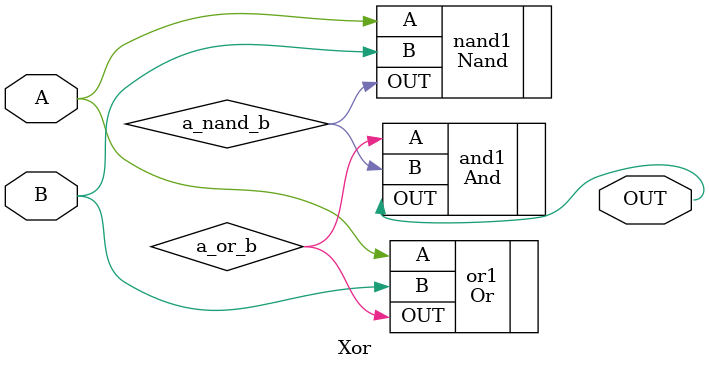
<source format=v>
/**
 * The module Xor is a 1-bit XOR gate
 * Implements: OUT = A XOR B
 */
`default_nettype none
module Xor(
    // Data Interface
    input A,
    input B,
    output OUT
);

    // --------------------------
    // Internal signals
    // --------------------------
    wire a_or_b;
    wire a_nand_b;

    // --------------------------
    // Module instantiations
    // --------------------------
    
    Or or1(.A(A), .B(B), .OUT(a_or_b));
    Nand nand1(.A(A), .B(B), .OUT(a_nand_b));
    And and1(.A(a_or_b), .B(a_nand_b), .OUT(OUT));

endmodule

</source>
